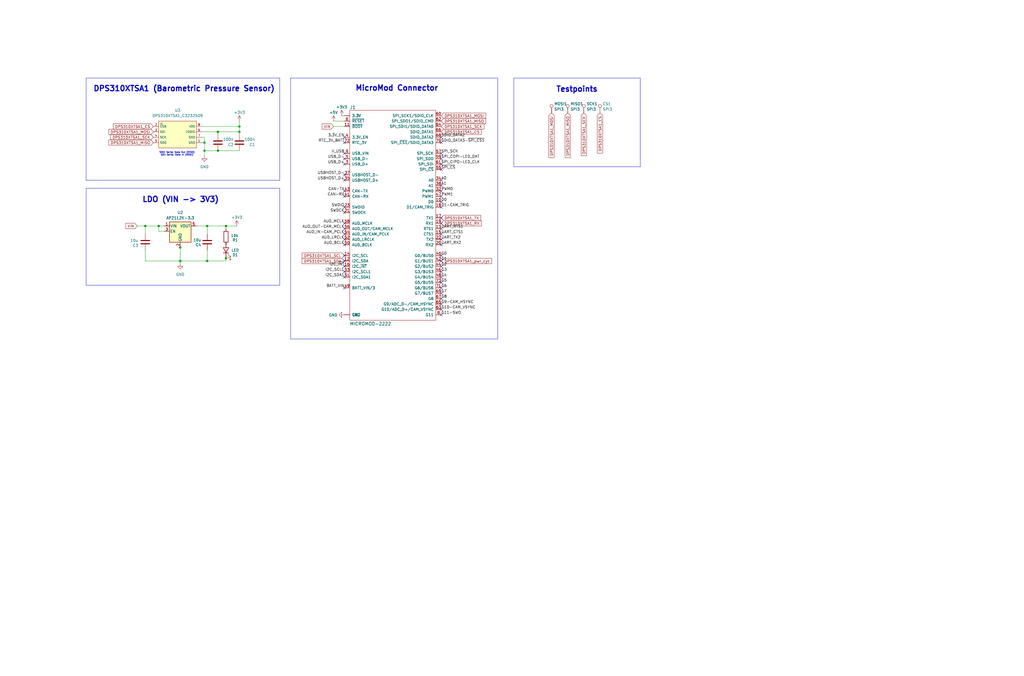
<source format=kicad_sch>
(kicad_sch (version 20250114) (generator "eeschema") (generator_version "9.0")
  (paper "User" 483.387 319.227)
  (lib_symbols
    (symbol "Connector:TestPoint" (pin_numbers (hide yes)) (pin_names (offset 0.762) (hide yes))
      (property "Reference" "TP" (at 0 6.858 0))
      (property "Value" "TestPoint" (at 0 5.08 0))
      (symbol "TestPoint_0_1"
        (circle (center 0 3.302) (radius 0.762))
      )
      (symbol "TestPoint_1_1"
        (pin passive line (at 0 0 90) (length 2.54) (name "1") (number "1"))
      )
    )
    (symbol "DPS310XTSA1_C3232509:DPS310XTSA1_C3232509"
      (property "Reference" "U" (at 0 1.27 0))
      (property "Value" "DPS310XTSA1_C3232509" (at 0 -2.54 0))
      (symbol "DPS310XTSA1_C3232509_0_1"
        (rectangle (start -8.89 6.35) (end 8.89 -6.35) (fill (type background)))
        (circle (center -7.62 5.08) (radius 0.381) (fill (type background)))
        (pin unspecified line (at -11.43 3.81 0) (length 2.54) (name "CSB") (number "2"))
        (pin unspecified line (at -11.43 1.27 0) (length 2.54) (name "SDI") (number "3"))
        (pin unspecified line (at -11.43 -1.27 0) (length 2.54) (name "SCK") (number "4"))
        (pin unspecified line (at -11.43 -3.81 0) (length 2.54) (name "SDO") (number "5"))
        (pin unspecified line (at 11.43 3.81 180) (length 2.54) (name "VDD") (number "8"))
        (pin unspecified line (at 11.43 1.27 180) (length 2.54) (name "VDDIO") (number "6"))
        (pin unspecified line (at 11.43 -1.27 180) (length 2.54) (name "GND") (number "7"))
        (pin unspecified line (at 11.43 -3.81 180) (length 2.54) (name "GND") (number "1"))
      )
    )
    (symbol "Device:C" (pin_numbers (hide yes)) (pin_names (offset 0.254))
      (property "Reference" "C" (at 0.635 2.54 0))
      (property "Value" "C" (at 0.635 -2.54 0))
      (symbol "C_0_1"
        (polyline (pts (xy -2.032 0.762) (xy 2.032 0.762)) (stroke (width 0.508)))
        (polyline (pts (xy -2.032 -0.762) (xy 2.032 -0.762)) (stroke (width 0.508)))
      )
      (symbol "C_1_1"
        (pin passive line (at 0 3.81 270) (length 2.794) (name "~") (number "1"))
        (pin passive line (at 0 -3.81 90) (length 2.794) (name "~") (number "2"))
      )
    )
    (symbol "Device:LED" (pin_numbers (hide yes)) (pin_names (offset 1.016) (hide yes))
      (property "Reference" "D" (at 0 2.54 0))
      (property "Value" "LED" (at 0 -2.54 0))
      (symbol "LED_0_1"
        (polyline (pts (xy -3.048 -0.762) (xy -4.572 -2.286) (xy -3.81 -2.286) (xy -4.572 -2.286) (xy -4.572 -1.524)))
        (polyline (pts (xy -1.778 -0.762) (xy -3.302 -2.286) (xy -2.54 -2.286) (xy -3.302 -2.286) (xy -3.302 -1.524)))
        (polyline (pts (xy -1.27 0) (xy 1.27 0)))
        (polyline (pts (xy -1.27 -1.27) (xy -1.27 1.27)) (stroke (width 0.254)))
        (polyline (pts (xy 1.27 -1.27) (xy 1.27 1.27) (xy -1.27 0) (xy 1.27 -1.27)) (stroke (width 0.254)))
      )
      (symbol "LED_1_1"
        (pin passive line (at -3.81 0 0) (length 2.54) (name "K") (number "1"))
        (pin passive line (at 3.81 0 180) (length 2.54) (name "A") (number "2"))
      )
    )
    (symbol "Device:R" (pin_numbers (hide yes)) (pin_names (offset 0))
      (property "Reference" "R" (at 2.032 0 90))
      (property "Value" "R" (at 0 0 90))
      (symbol "R_0_1"
        (rectangle (start -1.016 -2.54) (end 1.016 2.54) (stroke (width 0.254)))
      )
      (symbol "R_1_1"
        (pin passive line (at 0 3.81 270) (length 1.27) (name "~") (number "1"))
        (pin passive line (at 0 -3.81 90) (length 1.27) (name "~") (number "2"))
      )
    )
    (symbol "MicroMod_Processor_Board_(2):MICROMOD-2222" (pin_names (offset 1.016))
      (property "Reference" "J" (at -20.32 53.848 0))
      (property "Value" "MICROMOD-2222" (at -20.32 -48.26 0))
      (symbol "MICROMOD-2222_1_0"
        (polyline (pts (xy -20.32 53.34) (xy 20.32 53.34)))
        (polyline (pts (xy -20.32 -45.72) (xy -20.32 53.34)))
        (polyline (pts (xy 20.32 53.34) (xy 20.32 -45.72)))
        (polyline (pts (xy 20.32 -45.72) (xy -20.32 -45.72)))
        (pin bidirectional line (at -22.86 50.8 0) (length 2.54) (name "3.3V") (number "2"))
        (pin bidirectional line (at -22.86 50.8 0) (length 2.54) (name "3.3V") (number "74"))
        (pin bidirectional line (at -22.86 48.26 0) (length 2.54) (name "~{RESET}") (number "6"))
        (pin bidirectional line (at -22.86 45.72 0) (length 2.54) (name "~{BOOT}") (number "11"))
        (pin bidirectional line (at -22.86 40.64 0) (length 2.54) (name "3.3V_EN") (number "4"))
        (pin bidirectional line (at -22.86 38.1 0) (length 2.54) (name "RTC_3V") (number "72"))
        (pin bidirectional line (at -22.86 33.02 0) (length 2.54) (name "USB_VIN") (number "9"))
        (pin bidirectional line (at -22.86 30.48 0) (length 2.54) (name "USB_D-") (number "5"))
        (pin bidirectional line (at -22.86 27.94 0) (length 2.54) (name "USB_D+") (number "3"))
        (pin bidirectional line (at -22.86 22.86 0) (length 2.54) (name "USBHOST_D-") (number "37"))
        (pin bidirectional line (at -22.86 20.32 0) (length 2.54) (name "USBHOST_D+") (number "35"))
        (pin bidirectional line (at -22.86 15.24 0) (length 2.54) (name "CAN-TX") (number "43"))
        (pin bidirectional line (at -22.86 12.7 0) (length 2.54) (name "CAN-RX") (number "41"))
        (pin bidirectional line (at -22.86 7.62 0) (length 2.54) (name "SWDIO") (number "23"))
        (pin bidirectional line (at -22.86 5.08 0) (length 2.54) (name "SWDCK") (number "21"))
        (pin bidirectional line (at -22.86 0 0) (length 2.54) (name "AUD_MCLK") (number "58"))
        (pin bidirectional line (at -22.86 -2.54 0) (length 2.54) (name "AUD_OUT/CAM_MCLK") (number "56"))
        (pin bidirectional line (at -22.86 -5.08 0) (length 2.54) (name "AUD_IN/CAM_PCLK") (number "54"))
        (pin bidirectional line (at -22.86 -7.62 0) (length 2.54) (name "AUD_LRCLK") (number "52"))
        (pin bidirectional line (at -22.86 -10.16 0) (length 2.54) (name "AUD_BCLK") (number "50"))
        (pin bidirectional line (at -22.86 -15.24 0) (length 2.54) (name "I2C_SCL") (number "14"))
        (pin bidirectional line (at -22.86 -17.78 0) (length 2.54) (name "I2C_SDA") (number "12"))
        (pin bidirectional line (at -22.86 -20.32 0) (length 2.54) (name "I2C_~{INT}") (number "16"))
        (pin bidirectional line (at -22.86 -22.86 0) (length 2.54) (name "I2C_SCL1") (number "53"))
        (pin bidirectional line (at -22.86 -25.4 0) (length 2.54) (name "I2C_SDA1") (number "51"))
        (pin bidirectional line (at -22.86 -30.48 0) (length 2.54) (name "BATT_VIN/3") (number "49"))
        (pin bidirectional line (at -22.86 -43.18 0) (length 2.54) (name "GND") (number "1"))
        (pin bidirectional line (at -22.86 -43.18 0) (length 2.54) (name "GND") (number "33"))
        (pin bidirectional line (at -22.86 -43.18 0) (length 2.54) (name "GND") (number "36"))
        (pin bidirectional line (at -22.86 -43.18 0) (length 2.54) (name "GND") (number "39"))
        (pin bidirectional line (at -22.86 -43.18 0) (length 2.54) (name "GND") (number "45"))
        (pin bidirectional line (at -22.86 -43.18 0) (length 2.54) (name "GND") (number "7"))
        (pin bidirectional line (at -22.86 -43.18 0) (length 2.54) (name "GND") (number "75"))
        (pin bidirectional line (at -22.86 -43.18 0) (length 2.54) (name "GND") (number "GND1"))
        (pin bidirectional line (at -22.86 -43.18 0) (length 2.54) (name "GND") (number "GND2"))
        (pin bidirectional line (at -22.86 -43.18 0) (length 2.54) (name "GND") (number "GND3"))
        (pin bidirectional line (at 22.86 50.8 180) (length 2.54) (name "SPI_SCK1/SDIO_CLK") (number "60"))
        (pin bidirectional line (at 22.86 48.26 180) (length 2.54) (name "SPI_SDO1/SDIO_CMD") (number "62"))
        (pin bidirectional line (at 22.86 45.72 180) (length 2.54) (name "SPI_SDI1/SDIO_DATA0") (number "64"))
        (pin bidirectional line (at 22.86 43.18 180) (length 2.54) (name "SDIO_DATA1") (number "66"))
        (pin bidirectional line (at 22.86 40.64 180) (length 2.54) (name "SDIO_DATA2") (number "68"))
        (pin bidirectional line (at 22.86 38.1 180) (length 2.54) (name "SPI_~{CS1}/SDIO_DATA3") (number "70"))
        (pin bidirectional line (at 22.86 33.02 180) (length 2.54) (name "SPI_SCK") (number "57"))
        (pin bidirectional line (at 22.86 30.48 180) (length 2.54) (name "SPI_SDO") (number "59"))
        (pin bidirectional line (at 22.86 27.94 180) (length 2.54) (name "SPI_SDI") (number "61"))
        (pin bidirectional line (at 22.86 25.4 180) (length 2.54) (name "SPI_~{CS}") (number "55"))
        (pin bidirectional line (at 22.86 20.32 180) (length 2.54) (name "A0") (number "34"))
        (pin bidirectional line (at 22.86 17.78 180) (length 2.54) (name "A1") (number "38"))
        (pin bidirectional line (at 22.86 15.24 180) (length 2.54) (name "PWM0") (number "32"))
        (pin bidirectional line (at 22.86 12.7 180) (length 2.54) (name "PWM1") (number "47"))
        (pin bidirectional line (at 22.86 10.16 180) (length 2.54) (name "D0") (number "10"))
        (pin bidirectional line (at 22.86 7.62 180) (length 2.54) (name "D1/CAM_TRIG") (number "18"))
        (pin bidirectional line (at 22.86 2.54 180) (length 2.54) (name "TX1") (number "17"))
        (pin bidirectional line (at 22.86 0 180) (length 2.54) (name "RX1") (number "19"))
        (pin bidirectional line (at 22.86 -2.54 180) (length 2.54) (name "RTS1") (number "13"))
        (pin bidirectional line (at 22.86 -5.08 180) (length 2.54) (name "CTS1") (number "15"))
        (pin bidirectional line (at 22.86 -7.62 180) (length 2.54) (name "TX2") (number "22"))
        (pin bidirectional line (at 22.86 -10.16 180) (length 2.54) (name "RX2") (number "20"))
        (pin bidirectional line (at 22.86 -15.24 180) (length 2.54) (name "G0/BUS0") (number "40"))
        (pin bidirectional line (at 22.86 -17.78 180) (length 2.54) (name "G1/BUS1") (number "42"))
        (pin bidirectional line (at 22.86 -20.32 180) (length 2.54) (name "G2/BUS2") (number "44"))
        (pin bidirectional line (at 22.86 -22.86 180) (length 2.54) (name "G3/BUS3") (number "46"))
        (pin bidirectional line (at 22.86 -25.4 180) (length 2.54) (name "G4/BUS4") (number "48"))
        (pin bidirectional line (at 22.86 -27.94 180) (length 2.54) (name "G5/BUS5") (number "73"))
        (pin bidirectional line (at 22.86 -30.48 180) (length 2.54) (name "G6/BUS6") (number "71"))
        (pin bidirectional line (at 22.86 -33.02 180) (length 2.54) (name "G7/BUS7") (number "69"))
        (pin bidirectional line (at 22.86 -35.56 180) (length 2.54) (name "G8") (number "67"))
        (pin bidirectional line (at 22.86 -38.1 180) (length 2.54) (name "G9/ADC_D-/CAM_HSYNC") (number "65"))
        (pin bidirectional line (at 22.86 -40.64 180) (length 2.54) (name "G10/ADC_D+/CAM_VSYNC") (number "63"))
        (pin bidirectional line (at 22.86 -43.18 180) (length 2.54) (name "G11") (number "8"))
      )
    )
    (symbol "Regulator_Linear:AP2112K-3.3" (pin_names (offset 0.254))
      (property "Reference" "U" (at -5.08 5.715 0))
      (property "Value" "AP2112K-3.3" (at 0 5.715 0))
      (symbol "AP2112K-3.3_0_1"
        (rectangle (start -5.08 4.445) (end 5.08 -5.08) (stroke (width 0.254)) (fill (type background)))
      )
      (symbol "AP2112K-3.3_1_1"
        (pin power_in line (at -7.62 2.54 0) (length 2.54) (name "VIN") (number "1"))
        (pin input line (at -7.62 0 0) (length 2.54) (name "EN") (number "3"))
        (pin power_in line (at 0 -7.62 90) (length 2.54) (name "GND") (number "2"))
        (pin no_connect line (at 5.08 0 180) (length 2.54) (hide yes) (name "NC") (number "4"))
        (pin power_out line (at 7.62 2.54 180) (length 2.54) (name "VOUT") (number "5"))
      )
    )
    (symbol "power:+3V3" (power) (pin_numbers (hide yes)) (pin_names (offset 0) (hide yes))
      (property "Value" "+3V3" (at 0 3.556 0))
      (symbol "+3V3_0_1"
        (polyline (pts (xy -0.762 1.27) (xy 0 2.54)))
        (polyline (pts (xy 0 2.54) (xy 0.762 1.27)))
        (polyline (pts (xy 0 0) (xy 0 2.54)))
      )
      (symbol "+3V3_1_1"
        (pin power_in line (at 0 0 90) (length 0) (name "~") (number "1"))
      )
    )
    (symbol "power:GND" (power) (pin_numbers (hide yes)) (pin_names (offset 0) (hide yes))
      (property "Value" "GND" (at 0 -3.81 0))
      (symbol "GND_0_1"
        (polyline (pts (xy 0 0) (xy 0 -1.27) (xy 1.27 -1.27) (xy 0 -2.54) (xy -1.27 -1.27) (xy 0 -1.27)))
      )
      (symbol "GND_1_1"
        (pin power_in line (at 0 0 270) (length 0) (name "~") (number "1"))
      )
    )
  )
  (rectangle (start 242.57 36.83) (end 302.26 78.74))
  (rectangle (start 40.64 88.9) (end 132.08 134.62))
  (rectangle (start 40.64 36.83) (end 132.08 85.09))
  (rectangle (start 137.16 36.83) (end 234.95 160.02))
  (text "SDO: Serial Data Out (MISO)\nSDI: Serial Data In (MOSI)" (at 83.566 72.644 0) (effects (font (size 0.762 0.762))))
  (text "DPS310XTSA1 (Barometric Pressure Sensor)" (at 43.942 43.434 0) (effects (font (size 2.54 2.54) (thickness 0.508) (bold yes)) (justify left bottom)))
  (text "MicroMod Connector" (at 167.64 43.18 0) (effects (font (size 2.54 2.54) (thickness 0.508) (bold yes)) (justify left bottom)))
  (text "Testpoints" (at 262.382 43.688 0) (effects (font (size 2.54 2.54) (thickness 0.508) (bold yes)) (justify left bottom)))
  (text "LDO (VIN -> 3V3)" (at 67.056 95.758 0) (effects (font (size 2.54 2.54) (thickness 0.508) (bold yes)) (justify left bottom)))
  (junction (at 106.68 106.68))
  (junction (at 106.68 121.92))
  (junction (at 68.58 106.68))
  (junction (at 97.79 123.19))
  (junction (at 113.03 62.23))
  (junction (at 113.03 59.69))
  (junction (at 97.79 106.68))
  (junction (at 96.52 67.31))
  (junction (at 102.87 62.23))
  (junction (at 85.09 116.84))
  (junction (at 102.87 71.12))
  (junction (at 74.93 106.68))
  (junction (at 85.09 123.19))
  (junction (at 96.52 71.12))
  (no_connect (at 162.56 107.95))
  (no_connect (at 208.28 140.97))
  (no_connect (at 162.56 128.27))
  (no_connect (at 162.56 125.73))
  (no_connect (at 162.56 105.41))
  (no_connect (at 162.56 115.57))
  (no_connect (at 162.56 92.71))
  (no_connect (at 162.56 100.33))
  (no_connect (at 208.28 80.01))
  (no_connect (at 208.28 128.27))
  (no_connect (at 208.28 90.17))
  (no_connect (at 208.28 148.59))
  (no_connect (at 208.28 120.65))
  (no_connect (at 208.28 77.47))
  (no_connect (at 162.56 67.31))
  (no_connect (at 162.56 85.09))
  (no_connect (at 208.28 115.57))
  (no_connect (at 162.56 110.49))
  (no_connect (at 208.28 125.73))
  (no_connect (at 208.28 105.41))
  (no_connect (at 162.56 74.93))
  (no_connect (at 208.28 72.39))
  (no_connect (at 162.56 77.47))
  (no_connect (at 162.56 64.77))
  (no_connect (at 208.28 123.19))
  (no_connect (at 162.56 113.03))
  (no_connect (at 162.56 120.65))
  (no_connect (at 208.28 135.89))
  (no_connect (at 162.56 135.89))
  (no_connect (at 208.28 67.31))
  (no_connect (at 208.28 143.51))
  (no_connect (at 162.56 90.17))
  (no_connect (at 208.28 133.35))
  (no_connect (at 208.28 130.81))
  (no_connect (at 208.28 95.25))
  (no_connect (at 208.28 110.49))
  (no_connect (at 208.28 107.95))
  (no_connect (at 208.28 146.05))
  (no_connect (at 208.28 102.87))
  (no_connect (at 208.28 97.79))
  (no_connect (at 208.28 92.71))
  (no_connect (at 208.28 74.93))
  (no_connect (at 208.28 85.09))
  (no_connect (at 162.56 97.79))
  (no_connect (at 208.28 87.63))
  (no_connect (at 208.28 64.77))
  (no_connect (at 162.56 130.81))
  (no_connect (at 208.28 138.43))
  (no_connect (at 208.28 113.03))
  (no_connect (at 162.56 72.39))
  (no_connect (at 162.56 123.19))
  (no_connect (at 162.56 82.55))
  (wire (pts (xy 113.03 59.69) (xy 113.03 62.23)))
  (wire (pts (xy 102.87 62.23) (xy 113.03 62.23)))
  (wire (pts (xy 113.03 57.15) (xy 113.03 59.69)))
  (wire (pts (xy 96.52 73.66) (xy 96.52 71.12)))
  (wire (pts (xy 68.58 123.19) (xy 85.09 123.19)))
  (wire (pts (xy 96.52 71.12) (xy 96.52 67.31)))
  (wire (pts (xy 106.68 121.92) (xy 106.68 123.19)))
  (wire (pts (xy 157.48 59.69) (xy 162.56 59.69)))
  (wire (pts (xy 85.09 116.84) (xy 85.09 123.19)))
  (wire (pts (xy 74.93 109.22) (xy 74.93 106.68)))
  (wire (pts (xy 106.68 106.68) (xy 111.76 106.68)))
  (wire (pts (xy 161.29 54.61) (xy 162.56 54.61)))
  (wire (pts (xy 106.68 106.68) (xy 97.79 106.68)))
  (wire (pts (xy 97.79 118.11) (xy 97.79 123.19)))
  (wire (pts (xy 102.87 71.12) (xy 113.03 71.12)))
  (wire (pts (xy 95.25 62.23) (xy 102.87 62.23)))
  (wire (pts (xy 68.58 110.49) (xy 68.58 106.68)))
  (wire (pts (xy 102.87 62.23) (xy 102.87 63.5)))
  (wire (pts (xy 97.79 106.68) (xy 92.71 106.68)))
  (wire (pts (xy 106.68 107.95) (xy 106.68 106.68)))
  (wire (pts (xy 97.79 110.49) (xy 97.79 106.68)))
  (wire (pts (xy 106.68 123.19) (xy 97.79 123.19)))
  (wire (pts (xy 96.52 64.77) (xy 95.25 64.77)))
  (wire (pts (xy 97.79 123.19) (xy 85.09 123.19)))
  (wire (pts (xy 106.68 114.3) (xy 106.68 115.57)))
  (wire (pts (xy 96.52 64.77) (xy 96.52 67.31)))
  (wire (pts (xy 95.25 59.69) (xy 113.03 59.69)))
  (wire (pts (xy 64.77 106.68) (xy 68.58 106.68)))
  (wire (pts (xy 85.09 124.46) (xy 85.09 123.19)))
  (wire (pts (xy 74.93 106.68) (xy 77.47 106.68)))
  (wire (pts (xy 68.58 106.68) (xy 74.93 106.68)))
  (wire (pts (xy 96.52 67.31) (xy 95.25 67.31)))
  (wire (pts (xy 85.09 115.57) (xy 85.09 116.84)))
  (wire (pts (xy 157.48 57.15) (xy 162.56 57.15)))
  (wire (pts (xy 96.52 71.12) (xy 102.87 71.12)))
  (wire (pts (xy 68.58 118.11) (xy 68.58 123.19)))
  (wire (pts (xy 106.68 120.65) (xy 106.68 121.92)))
  (wire (pts (xy 77.47 109.22) (xy 74.93 109.22)))
  (wire (pts (xy 113.03 62.23) (xy 113.03 63.5)))
  (label "UART_TX2" (at 208.28 113.03 0))
  (label "CAN-TX" (at 162.56 90.17 180))
  (label "PWM0" (at 208.28 90.17 0))
  (label "CAN-RX" (at 162.56 92.71 180))
  (label "USB_D-" (at 162.56 74.93 180))
  (label "I2C_~{INT}" (at 162.56 125.73 180))
  (label "G9-CAM_HSYNC" (at 208.28 143.51 0))
  (label "G5" (at 208.28 133.35 0))
  (label "SPI_SCK" (at 208.28 72.39 0))
  (label "AUD_MCLK" (at 162.56 105.41 180))
  (label "UART_CTS1" (at 208.28 110.49 0))
  (label "3.3V_EN" (at 162.56 64.77 180))
  (label "AUD_IN-CAM_PCLK" (at 162.56 110.49 180))
  (label "I2C_SDA1" (at 162.56 130.81 180))
  (label "D0" (at 208.28 95.25 0))
  (label "G10-CAM_VSYNC" (at 208.28 146.05 0))
  (label "G0" (at 208.28 120.65 0))
  (label "UART_RX2" (at 208.28 115.57 0))
  (label "SDIO_DATA2" (at 208.28 64.77 0))
  (label "SPI_CIPO-LED_CLK" (at 208.28 77.47 0))
  (label "A1" (at 208.28 87.63 0))
  (label "G3" (at 208.28 128.27 0))
  (label "V_USB" (at 162.56 72.39 180))
  (label "G11-SWO" (at 208.28 148.59 0))
  (label "USBHOST_D+" (at 162.56 85.09 180))
  (label "SPI_COPI-LED_DAT" (at 208.28 74.93 0))
  (label "G4" (at 208.28 130.81 0))
  (label "G7" (at 208.28 138.43 0))
  (label "USB_D+" (at 162.56 77.47 180))
  (label "AUD_OUT-CAM_MCLK" (at 162.56 107.95 180))
  (label "G8" (at 208.28 140.97 0))
  (label "PWM1" (at 208.28 92.71 0))
  (label "SDIO_DATA3-~{SPI_CS1}" (at 208.28 67.31 0))
  (label "SWDCK" (at 162.56 100.33 180))
  (label "A0" (at 208.28 85.09 0))
  (label "G6" (at 208.28 135.89 0))
  (label "BATT_VIN" (at 162.56 135.89 180))
  (label "RTC_3V_BATT" (at 162.56 67.31 180))
  (label "SWDIO" (at 162.56 97.79 180))
  (label "D1-CAM_TRIG" (at 208.28 97.79 0))
  (label "USBHOST_D-" (at 162.56 82.55 180))
  (label "I2C_SCL1" (at 162.56 128.27 180))
  (label "G1" (at 208.28 123.19 0))
  (label "~{SPI_CS}" (at 208.28 80.01 0))
  (label "AUD_LRCLK" (at 162.56 113.03 180))
  (label "UART_RTS1" (at 208.28 107.95 0))
  (label "G2" (at 208.28 125.73 0))
  (label "AUD_BCLK" (at 162.56 115.57 180))
  (global_label "DPS310XTSA1_SCL" (shape input) (at 162.56 120.65 180) (property "Intersheetrefs" "${INTERSHEET_REFS}" (effects (hide yes))))
  (global_label "VIN" (shape input) (at 64.77 106.68 180) (property "Intersheetrefs" "${INTERSHEET_REFS}" (effects (hide yes))))
  (global_label "DPS310XTSA1_SCK" (shape input) (at 208.28 59.69 0) (property "Intersheetrefs" "${INTERSHEET_REFS}" (effects (hide yes))))
  (global_label "DPS310XTSA1_CS" (shape input) (at 208.28 62.23 0) (property "Intersheetrefs" "${INTERSHEET_REFS}" (effects (hide yes))))
  (global_label "DPS310XTSA1_MOSI" (shape input) (at 72.39 62.23 180) (property "Intersheetrefs" "${INTERSHEET_REFS}" (effects (hide yes))))
  (global_label "DPS310XTSA1_pwr_cyc" (shape input) (at 208.28 123.19 0) (property "Intersheetrefs" "${INTERSHEET_REFS}" (effects (hide yes))))
  (global_label "DPS310XTSA1_SDA" (shape input) (at 162.56 123.19 180) (property "Intersheetrefs" "${INTERSHEET_REFS}" (effects (hide yes))))
  (global_label "DPS310XTSA1_MISO" (shape input) (at 72.39 67.31 180) (property "Intersheetrefs" "${INTERSHEET_REFS}" (effects (hide yes))))
  (global_label "DPS310XTSA1_SCK" (shape input) (at 275.59 53.34 270) (property "Intersheetrefs" "${INTERSHEET_REFS}" (effects (hide yes))))
  (global_label "VIN" (shape input) (at 157.48 59.69 180) (property "Intersheetrefs" "${INTERSHEET_REFS}" (effects (hide yes))))
  (global_label "DPS310XTSA1_MOSI" (shape input) (at 208.28 54.61 0) (property "Intersheetrefs" "${INTERSHEET_REFS}" (effects (hide yes))))
  (global_label "DPS310XTSA1_MISO" (shape input) (at 267.97 53.34 270) (property "Intersheetrefs" "${INTERSHEET_REFS}" (effects (hide yes))))
  (global_label "DPS310XTSA1_SCK" (shape input) (at 72.39 64.77 180) (property "Intersheetrefs" "${INTERSHEET_REFS}" (effects (hide yes))))
  (global_label "DPS310XTSA1_MISO" (shape input) (at 208.28 57.15 0) (property "Intersheetrefs" "${INTERSHEET_REFS}" (effects (hide yes))))
  (global_label "DPS310XTSA1_CS" (shape input) (at 283.21 53.34 270) (property "Intersheetrefs" "${INTERSHEET_REFS}" (effects (hide yes))))
  (global_label "DPS310XTSA1_RX" (shape input) (at 208.28 105.41 0) (property "Intersheetrefs" "${INTERSHEET_REFS}" (effects (hide yes))))
  (global_label "DPS310XTSA1_MOSI" (shape input) (at 260.35 53.34 270) (property "Intersheetrefs" "${INTERSHEET_REFS}" (effects (hide yes))))
  (global_label "DPS310XTSA1_TX" (shape input) (at 208.28 102.87 0) (property "Intersheetrefs" "${INTERSHEET_REFS}" (effects (hide yes))))
  (global_label "DPS310XTSA1_CS" (shape input) (at 72.39 59.69 180) (property "Intersheetrefs" "${INTERSHEET_REFS}" (effects (hide yes))))
  (symbol (lib_id "MicroMod_Processor_Board_(2):MICROMOD-2222") (at 185.42 105.41 0) (unit 1)
    (property "Reference" "J1" (at 165.1 51.562 0) (effects (font (size 1.4986 1.4986)) (justify left bottom)))
    (property "Value" "MICROMOD-2222" (at 165.1 153.67 0) (effects (font (size 1.4986 1.4986)) (justify left bottom)))
    (property "Footprint" "SparkFun_MicroMod_ESP32:M.2-CARD-E-22" (effects (hide yes)))
  )
  (symbol (lib_id "power:GND") (at 162.56 148.59 270) (unit 1)
    (property "Reference" "#PWR0101" (effects (hide yes)))
    (property "Value" "GND" (at 159.3088 148.717 90) (effects (justify right)))
  )
  (symbol (lib_id "Device:C") (at 97.79 114.3 0) (unit 1)
    (property "Reference" "C4" (at 94.996 115.57 0) (effects (justify right)))
    (property "Value" "10u" (at 94.996 113.284 0) (effects (justify right)))
    (property "Footprint" "Capacitor_SMD:C_1206_3216Metric" (effects (hide yes)))
    (property "Description" "Unpolarized capacitor" (effects (hide yes)))
  )
  (symbol (lib_id "Device:R") (at 106.68 111.76 0) (unit 1)
    (property "Reference" "R1" (at 110.998 113.284 0))
    (property "Value" "10k" (at 110.744 111.252 0))
    (property "Footprint" "Resistor_SMD:R_0603_1608Metric" (effects (hide yes)))
    (property "Description" "Resistor" (effects (hide yes)))
  )
  (symbol (lib_id "power:+3V3") (at 111.76 106.68 0) (mirror y) (unit 1)
    (property "Reference" "#PWR047" (effects (hide yes)))
    (property "Value" "+3V3" (at 111.76 102.616 0))
    (property "Description" "Power symbol creates a global label with name \"+3V3\"" (effects (hide yes)))
  )
  (symbol (lib_id "Connector:TestPoint") (at 275.59 53.34 0) (unit 1)
    (property "Reference" "SCK1" (at 276.86 49.022 0) (effects (justify left)))
    (property "Value" "SPI3" (at 276.86 51.562 0) (effects (justify left)))
    (property "Footprint" "TestPoint:TestPoint_Pad_D1.0mm" (effects (hide yes)))
    (property "Description" "test point" (effects (hide yes)))
  )
  (symbol (lib_id "Connector:TestPoint") (at 260.35 53.34 0) (unit 1)
    (property "Reference" "MOSI1" (at 261.62 49.022 0) (effects (justify left)))
    (property "Value" "SPI3" (at 261.62 51.562 0) (effects (justify left)))
    (property "Footprint" "TestPoint:TestPoint_Pad_D1.0mm" (effects (hide yes)))
    (property "Description" "test point" (effects (hide yes)))
  )
  (symbol (lib_id "Device:C") (at 102.87 67.31 0) (unit 1)
    (property "Reference" "C2" (at 110.236 68.326 0) (effects (justify right)))
    (property "Value" "100n" (at 110.236 65.786 0) (effects (justify right)))
    (property "Footprint" "Capacitor_SMD:C_0402_1005Metric" (effects (hide yes)))
    (property "Description" "Unpolarized capacitor" (effects (hide yes)))
  )
  (symbol (lib_id "power:GND") (at 85.09 124.46 0) (unit 1)
    (property "Reference" "#PWR04" (effects (hide yes)))
    (property "Value" "GND" (at 85.09 129.54 0))
    (property "Description" "Power symbol creates a global label with name \"GND\" , ground" (effects (hide yes)))
  )
  (symbol (lib_id "power:+3V3") (at 157.48 57.15 0) (mirror y) (unit 1)
    (property "Reference" "#PWR061" (effects (hide yes)))
    (property "Value" "+5V" (at 157.48 53.086 0))
    (property "Description" "Power symbol creates a global label with name \"+3V3\"" (effects (hide yes)))
  )
  (symbol (lib_id "Connector:TestPoint") (at 283.21 53.34 0) (unit 1)
    (property "Reference" "CS1" (at 284.48 49.022 0) (effects (justify left)))
    (property "Value" "SPI3" (at 284.48 51.562 0) (effects (justify left)))
    (property "Footprint" "TestPoint:TestPoint_Pad_D1.0mm" (effects (hide yes)))
    (property "Description" "test point" (effects (hide yes)))
  )
  (symbol (lib_id "Connector:TestPoint") (at 267.97 53.34 0) (unit 1)
    (property "Reference" "MISO1" (at 269.24 49.022 0) (effects (justify left)))
    (property "Value" "SPI3" (at 269.24 51.562 0) (effects (justify left)))
    (property "Footprint" "TestPoint:TestPoint_Pad_D1.0mm" (effects (hide yes)))
    (property "Description" "test point" (effects (hide yes)))
  )
  (symbol (lib_id "Regulator_Linear:AP2112K-3.3") (at 85.09 109.22 0) (unit 1)
    (property "Reference" "U2" (at 85.09 100.33 0))
    (property "Value" "AP2112K-3.3" (at 85.09 102.87 0))
    (property "Footprint" "Package_TO_SOT_SMD:SOT-23-5" (effects (hide yes)))
    (property "Datasheet" "https://www.diodes.com/assets/Datasheets/AP2112.pdf" (effects (hide yes)))
    (property "Description" "600mA low dropout linear regulator, with enable pin, 3.8V-6V input voltage range, 3.3V fixed positive output, SOT-23-5" (effects (hide yes)))
  )
  (symbol (lib_id "DPS310XTSA1_C3232509:DPS310XTSA1_C3232509") (at 83.82 63.5 0) (unit 1)
    (property "Reference" "U3" (at 83.82 52.07 0))
    (property "Value" "DPS310XTSA1_C3232509" (at 83.82 54.61 0))
    (property "Footprint" "DPS310XTSA1:LGA-8_DPS310XTSA1" (effects (hide yes)))
    (property "Datasheet" "https://item.szlcsc.com/141443.html" (effects (hide yes)))
    (property "LCSC" "C3232509" (effects (hide yes)))
  )
  (symbol (lib_id "Device:LED") (at 106.68 118.11 90) (unit 1)
    (property "Reference" "D1" (at 110.998 120.3325 90))
    (property "Value" "LED" (at 110.998 118.11 90))
    (property "Footprint" "LED_SMD:LED_0603_1608Metric" (effects (hide yes)))
    (property "Description" "Light emitting diode" (effects (hide yes)))
    (property "Sim.Pins" "1=K 2=A" (effects (hide yes)))
  )
  (symbol (lib_id "Device:C") (at 113.03 67.31 0) (unit 1)
    (property "Reference" "C1" (at 120.396 68.326 0) (effects (justify right)))
    (property "Value" "100n" (at 120.396 65.786 0) (effects (justify right)))
    (property "Footprint" "Capacitor_SMD:C_0402_1005Metric" (effects (hide yes)))
    (property "Description" "Unpolarized capacitor" (effects (hide yes)))
  )
  (symbol (lib_id "power:GND") (at 96.52 73.66 0) (unit 1)
    (property "Reference" "#PWR05" (effects (hide yes)))
    (property "Value" "GND" (at 96.52 78.74 0))
    (property "Description" "Power symbol creates a global label with name \"GND\" , ground" (effects (hide yes)))
  )
  (symbol (lib_id "Device:C") (at 68.58 114.3 0) (unit 1)
    (property "Reference" "C3" (at 65.278 115.824 0) (effects (justify right)))
    (property "Value" "10u" (at 65.278 113.538 0) (effects (justify right)))
    (property "Footprint" "Capacitor_SMD:C_1206_3216Metric" (effects (hide yes)))
    (property "Description" "Unpolarized capacitor" (effects (hide yes)))
  )
  (symbol (lib_id "power:+3V3") (at 113.03 57.15 0) (mirror y) (unit 1)
    (property "Reference" "#PWR048" (effects (hide yes)))
    (property "Value" "+3V3" (at 113.03 53.086 0))
    (property "Description" "Power symbol creates a global label with name \"+3V3\"" (effects (hide yes)))
  )
  (symbol (lib_id "power:+3V3") (at 161.29 54.61 0) (mirror y) (unit 1)
    (property "Reference" "#PWR046" (effects (hide yes)))
    (property "Value" "+3V3" (at 161.29 50.546 0))
    (property "Description" "Power symbol creates a global label with name \"+3V3\"" (effects (hide yes)))
  )
)
</source>
